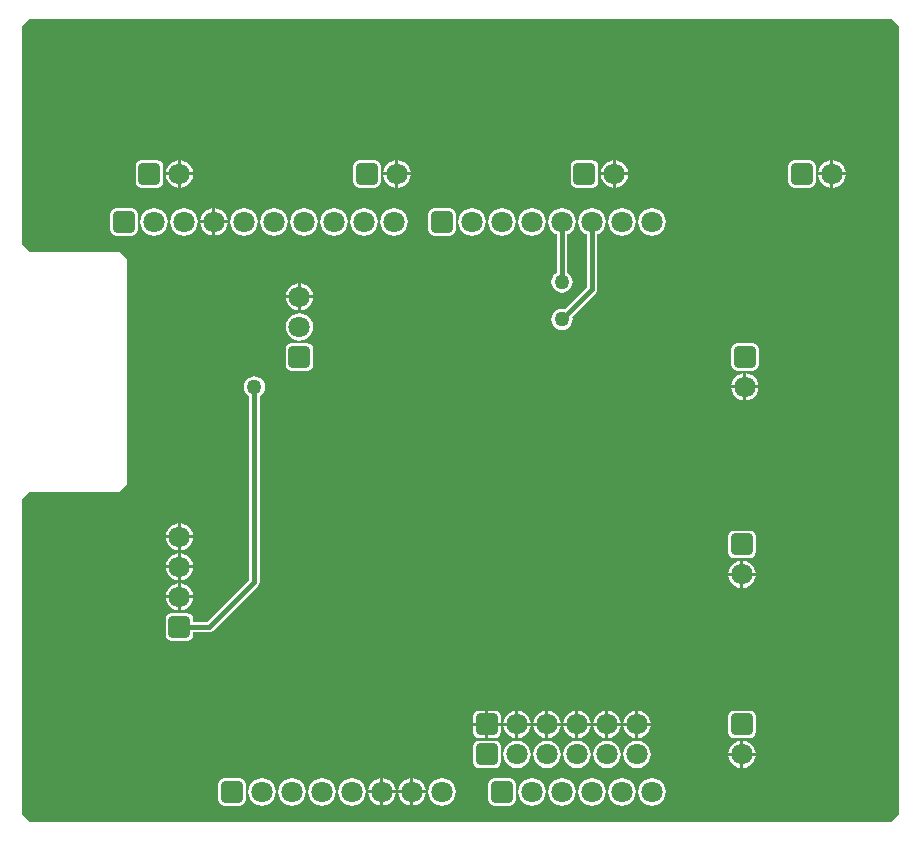
<source format=gbl>
G04*
G04 #@! TF.GenerationSoftware,Altium Limited,Altium Designer,20.0.13 (296)*
G04*
G04 Layer_Physical_Order=2*
G04 Layer_Color=16711680*
%FSTAX24Y24*%
%MOIN*%
G70*
G01*
G75*
%ADD43C,0.0150*%
%ADD44C,0.0600*%
G04:AMPARAMS|DCode=45|XSize=70.9mil|YSize=70.9mil|CornerRadius=8.9mil|HoleSize=0mil|Usage=FLASHONLY|Rotation=0.000|XOffset=0mil|YOffset=0mil|HoleType=Round|Shape=RoundedRectangle|*
%AMROUNDEDRECTD45*
21,1,0.0709,0.0531,0,0,0.0*
21,1,0.0531,0.0709,0,0,0.0*
1,1,0.0177,0.0266,-0.0266*
1,1,0.0177,-0.0266,-0.0266*
1,1,0.0177,-0.0266,0.0266*
1,1,0.0177,0.0266,0.0266*
%
%ADD45ROUNDEDRECTD45*%
%ADD46C,0.0709*%
G04:AMPARAMS|DCode=47|XSize=70.9mil|YSize=70.9mil|CornerRadius=8.9mil|HoleSize=0mil|Usage=FLASHONLY|Rotation=270.000|XOffset=0mil|YOffset=0mil|HoleType=Round|Shape=RoundedRectangle|*
%AMROUNDEDRECTD47*
21,1,0.0709,0.0531,0,0,270.0*
21,1,0.0531,0.0709,0,0,270.0*
1,1,0.0177,-0.0266,-0.0266*
1,1,0.0177,-0.0266,0.0266*
1,1,0.0177,0.0266,0.0266*
1,1,0.0177,0.0266,-0.0266*
%
%ADD47ROUNDEDRECTD47*%
%ADD48C,0.0500*%
%ADD49C,0.1250*%
G36*
X03325Y0265D02*
Y00025D01*
X033Y0D01*
X00425D01*
X004Y00025D01*
Y01075D01*
X00425Y011D01*
X00725D01*
X0075Y01125D01*
Y01875D01*
X00725Y019D01*
X00425D01*
X004Y01925D01*
Y0265D01*
X00425Y02675D01*
X033D01*
X03325Y0265D01*
D02*
G37*
%LPC*%
G36*
X03105Y02205D02*
Y021648D01*
X031452D01*
X031443Y021717D01*
X031397Y021828D01*
X031324Y021922D01*
X031229Y021995D01*
X031119Y022041D01*
X03105Y02205D01*
D02*
G37*
G36*
X03095D02*
X030881Y022041D01*
X030771Y021995D01*
X030676Y021922D01*
X030603Y021828D01*
X030557Y021717D01*
X030548Y021648D01*
X03095D01*
Y02205D01*
D02*
G37*
G36*
X0238D02*
Y021648D01*
X024202D01*
X024193Y021717D01*
X024147Y021828D01*
X024074Y021922D01*
X023979Y021995D01*
X023869Y022041D01*
X0238Y02205D01*
D02*
G37*
G36*
X0237D02*
X023631Y022041D01*
X023521Y021995D01*
X023426Y021922D01*
X023353Y021828D01*
X023307Y021717D01*
X023298Y021648D01*
X0237D01*
Y02205D01*
D02*
G37*
G36*
X01655D02*
Y021648D01*
X016952D01*
X016943Y021717D01*
X016897Y021828D01*
X016824Y021922D01*
X016729Y021995D01*
X016619Y022041D01*
X01655Y02205D01*
D02*
G37*
G36*
X01645D02*
X016381Y022041D01*
X016271Y021995D01*
X016176Y021922D01*
X016103Y021828D01*
X016057Y021717D01*
X016048Y021648D01*
X01645D01*
Y02205D01*
D02*
G37*
G36*
X0093D02*
Y021648D01*
X009702D01*
X009693Y021717D01*
X009647Y021828D01*
X009574Y021922D01*
X009479Y021995D01*
X009369Y022041D01*
X0093Y02205D01*
D02*
G37*
G36*
X0092D02*
X009131Y022041D01*
X009021Y021995D01*
X008926Y021922D01*
X008853Y021828D01*
X008807Y021717D01*
X008798Y021648D01*
X0092D01*
Y02205D01*
D02*
G37*
G36*
X031452Y021548D02*
X03105D01*
Y021147D01*
X031119Y021156D01*
X031229Y021202D01*
X031324Y021274D01*
X031397Y021369D01*
X031443Y02148D01*
X031452Y021548D01*
D02*
G37*
G36*
X03095D02*
X030548D01*
X030557Y02148D01*
X030603Y021369D01*
X030676Y021274D01*
X030771Y021202D01*
X030881Y021156D01*
X03095Y021147D01*
Y021548D01*
D02*
G37*
G36*
X024202D02*
X0238D01*
Y021147D01*
X023869Y021156D01*
X023979Y021202D01*
X024074Y021274D01*
X024147Y021369D01*
X024193Y02148D01*
X024202Y021548D01*
D02*
G37*
G36*
X0237D02*
X023298D01*
X023307Y02148D01*
X023353Y021369D01*
X023426Y021274D01*
X023521Y021202D01*
X023631Y021156D01*
X0237Y021147D01*
Y021548D01*
D02*
G37*
G36*
X016952D02*
X01655D01*
Y021147D01*
X016619Y021156D01*
X016729Y021202D01*
X016824Y021274D01*
X016897Y021369D01*
X016943Y02148D01*
X016952Y021548D01*
D02*
G37*
G36*
X01645D02*
X016048D01*
X016057Y02148D01*
X016103Y021369D01*
X016176Y021274D01*
X016271Y021202D01*
X016381Y021156D01*
X01645Y021147D01*
Y021548D01*
D02*
G37*
G36*
X009702D02*
X0093D01*
Y021147D01*
X009369Y021156D01*
X009479Y021202D01*
X009574Y021274D01*
X009647Y021369D01*
X009693Y02148D01*
X009702Y021548D01*
D02*
G37*
G36*
X0092D02*
X008798D01*
X008807Y02148D01*
X008853Y021369D01*
X008926Y021274D01*
X009021Y021202D01*
X009131Y021156D01*
X0092Y021147D01*
Y021548D01*
D02*
G37*
G36*
X030266Y022056D02*
X029734D01*
X029661Y022042D01*
X029598Y022D01*
X029557Y021938D01*
X029542Y021864D01*
Y021333D01*
X029557Y021259D01*
X029598Y021197D01*
X029661Y021155D01*
X029734Y02114D01*
X030266D01*
X030339Y021155D01*
X030402Y021197D01*
X030443Y021259D01*
X030458Y021333D01*
Y021864D01*
X030443Y021938D01*
X030402Y022D01*
X030339Y022042D01*
X030266Y022056D01*
D02*
G37*
G36*
X023016D02*
X022484D01*
X022411Y022042D01*
X022348Y022D01*
X022307Y021938D01*
X022292Y021864D01*
Y021333D01*
X022307Y021259D01*
X022348Y021197D01*
X022411Y021155D01*
X022484Y02114D01*
X023016D01*
X023089Y021155D01*
X023152Y021197D01*
X023193Y021259D01*
X023208Y021333D01*
Y021864D01*
X023193Y021938D01*
X023152Y022D01*
X023089Y022042D01*
X023016Y022056D01*
D02*
G37*
G36*
X015766D02*
X015234D01*
X015161Y022042D01*
X015098Y022D01*
X015057Y021938D01*
X015042Y021864D01*
Y021333D01*
X015057Y021259D01*
X015098Y021197D01*
X015161Y021155D01*
X015234Y02114D01*
X015766D01*
X015839Y021155D01*
X015902Y021197D01*
X015943Y021259D01*
X015958Y021333D01*
Y021864D01*
X015943Y021938D01*
X015902Y022D01*
X015839Y022042D01*
X015766Y022056D01*
D02*
G37*
G36*
X008516D02*
X007984D01*
X007911Y022042D01*
X007848Y022D01*
X007807Y021938D01*
X007792Y021864D01*
Y021333D01*
X007807Y021259D01*
X007848Y021197D01*
X007911Y021155D01*
X007984Y02114D01*
X008516D01*
X008589Y021155D01*
X008652Y021197D01*
X008693Y021259D01*
X008708Y021333D01*
Y021864D01*
X008693Y021938D01*
X008652Y022D01*
X008589Y022042D01*
X008516Y022056D01*
D02*
G37*
G36*
X01045Y020452D02*
Y02005D01*
X010852D01*
X010843Y020119D01*
X010797Y020229D01*
X010724Y020324D01*
X010629Y020397D01*
X010519Y020443D01*
X01045Y020452D01*
D02*
G37*
G36*
X01035D02*
X010281Y020443D01*
X010171Y020397D01*
X010076Y020324D01*
X010003Y020229D01*
X009957Y020119D01*
X009948Y02005D01*
X01035D01*
Y020452D01*
D02*
G37*
G36*
X010852Y01995D02*
X01045D01*
Y019548D01*
X010519Y019557D01*
X010629Y019603D01*
X010724Y019676D01*
X010797Y019771D01*
X010843Y019881D01*
X010852Y01995D01*
D02*
G37*
G36*
X01035D02*
X009948D01*
X009957Y019881D01*
X010003Y019771D01*
X010076Y019676D01*
X010171Y019603D01*
X010281Y019557D01*
X01035Y019548D01*
Y01995D01*
D02*
G37*
G36*
X018266Y020458D02*
X017734D01*
X017661Y020443D01*
X017598Y020402D01*
X017557Y020339D01*
X017542Y020266D01*
Y019734D01*
X017557Y019661D01*
X017598Y019598D01*
X017661Y019557D01*
X017734Y019542D01*
X018266D01*
X018339Y019557D01*
X018402Y019598D01*
X018443Y019661D01*
X018458Y019734D01*
Y020266D01*
X018443Y020339D01*
X018402Y020402D01*
X018339Y020443D01*
X018266Y020458D01*
D02*
G37*
G36*
X007666D02*
X007134D01*
X007061Y020443D01*
X006998Y020402D01*
X006957Y020339D01*
X006942Y020266D01*
Y019734D01*
X006957Y019661D01*
X006998Y019598D01*
X007061Y019557D01*
X007134Y019542D01*
X007666D01*
X007739Y019557D01*
X007802Y019598D01*
X007843Y019661D01*
X007858Y019734D01*
Y020266D01*
X007843Y020339D01*
X007802Y020402D01*
X007739Y020443D01*
X007666Y020458D01*
D02*
G37*
G36*
X025Y020458D02*
X024881Y020443D01*
X024771Y020397D01*
X024676Y020324D01*
X024603Y020229D01*
X024557Y020119D01*
X024542Y02D01*
X024557Y019881D01*
X024603Y019771D01*
X024676Y019676D01*
X024771Y019603D01*
X024881Y019557D01*
X025Y019542D01*
X025119Y019557D01*
X025229Y019603D01*
X025324Y019676D01*
X025397Y019771D01*
X025443Y019881D01*
X025458Y02D01*
X025443Y020119D01*
X025397Y020229D01*
X025324Y020324D01*
X025229Y020397D01*
X025119Y020443D01*
X025Y020458D01*
D02*
G37*
G36*
X024D02*
X023881Y020443D01*
X023771Y020397D01*
X023676Y020324D01*
X023603Y020229D01*
X023557Y020119D01*
X023542Y02D01*
X023557Y019881D01*
X023603Y019771D01*
X023676Y019676D01*
X023771Y019603D01*
X023881Y019557D01*
X024Y019542D01*
X024119Y019557D01*
X024229Y019603D01*
X024324Y019676D01*
X024397Y019771D01*
X024443Y019881D01*
X024458Y02D01*
X024443Y020119D01*
X024397Y020229D01*
X024324Y020324D01*
X024229Y020397D01*
X024119Y020443D01*
X024Y020458D01*
D02*
G37*
G36*
X021D02*
X020881Y020443D01*
X020771Y020397D01*
X020676Y020324D01*
X020603Y020229D01*
X020557Y020119D01*
X020542Y02D01*
X020557Y019881D01*
X020603Y019771D01*
X020676Y019676D01*
X020771Y019603D01*
X020881Y019557D01*
X021Y019542D01*
X021119Y019557D01*
X021229Y019603D01*
X021324Y019676D01*
X021397Y019771D01*
X021443Y019881D01*
X021458Y02D01*
X021443Y020119D01*
X021397Y020229D01*
X021324Y020324D01*
X021229Y020397D01*
X021119Y020443D01*
X021Y020458D01*
D02*
G37*
G36*
X02D02*
X019881Y020443D01*
X019771Y020397D01*
X019676Y020324D01*
X019603Y020229D01*
X019557Y020119D01*
X019542Y02D01*
X019557Y019881D01*
X019603Y019771D01*
X019676Y019676D01*
X019771Y019603D01*
X019881Y019557D01*
X02Y019542D01*
X020119Y019557D01*
X020229Y019603D01*
X020324Y019676D01*
X020397Y019771D01*
X020443Y019881D01*
X020458Y02D01*
X020443Y020119D01*
X020397Y020229D01*
X020324Y020324D01*
X020229Y020397D01*
X020119Y020443D01*
X02Y020458D01*
D02*
G37*
G36*
X019D02*
X018881Y020443D01*
X018771Y020397D01*
X018676Y020324D01*
X018603Y020229D01*
X018557Y020119D01*
X018542Y02D01*
X018557Y019881D01*
X018603Y019771D01*
X018676Y019676D01*
X018771Y019603D01*
X018881Y019557D01*
X019Y019542D01*
X019119Y019557D01*
X019229Y019603D01*
X019324Y019676D01*
X019397Y019771D01*
X019443Y019881D01*
X019458Y02D01*
X019443Y020119D01*
X019397Y020229D01*
X019324Y020324D01*
X019229Y020397D01*
X019119Y020443D01*
X019Y020458D01*
D02*
G37*
G36*
X0164D02*
X016281Y020443D01*
X016171Y020397D01*
X016076Y020324D01*
X016003Y020229D01*
X015957Y020119D01*
X015942Y02D01*
X015957Y019881D01*
X016003Y019771D01*
X016076Y019676D01*
X016171Y019603D01*
X016281Y019557D01*
X0164Y019542D01*
X016519Y019557D01*
X016629Y019603D01*
X016724Y019676D01*
X016797Y019771D01*
X016843Y019881D01*
X016858Y02D01*
X016843Y020119D01*
X016797Y020229D01*
X016724Y020324D01*
X016629Y020397D01*
X016519Y020443D01*
X0164Y020458D01*
D02*
G37*
G36*
X0154D02*
X015281Y020443D01*
X015171Y020397D01*
X015076Y020324D01*
X015003Y020229D01*
X014957Y020119D01*
X014942Y02D01*
X014957Y019881D01*
X015003Y019771D01*
X015076Y019676D01*
X015171Y019603D01*
X015281Y019557D01*
X0154Y019542D01*
X015519Y019557D01*
X015629Y019603D01*
X015724Y019676D01*
X015797Y019771D01*
X015843Y019881D01*
X015858Y02D01*
X015843Y020119D01*
X015797Y020229D01*
X015724Y020324D01*
X015629Y020397D01*
X015519Y020443D01*
X0154Y020458D01*
D02*
G37*
G36*
X0144D02*
X014281Y020443D01*
X014171Y020397D01*
X014076Y020324D01*
X014003Y020229D01*
X013957Y020119D01*
X013942Y02D01*
X013957Y019881D01*
X014003Y019771D01*
X014076Y019676D01*
X014171Y019603D01*
X014281Y019557D01*
X0144Y019542D01*
X014519Y019557D01*
X014629Y019603D01*
X014724Y019676D01*
X014797Y019771D01*
X014843Y019881D01*
X014858Y02D01*
X014843Y020119D01*
X014797Y020229D01*
X014724Y020324D01*
X014629Y020397D01*
X014519Y020443D01*
X0144Y020458D01*
D02*
G37*
G36*
X0134D02*
X013281Y020443D01*
X013171Y020397D01*
X013076Y020324D01*
X013003Y020229D01*
X012957Y020119D01*
X012942Y02D01*
X012957Y019881D01*
X013003Y019771D01*
X013076Y019676D01*
X013171Y019603D01*
X013281Y019557D01*
X0134Y019542D01*
X013519Y019557D01*
X013629Y019603D01*
X013724Y019676D01*
X013797Y019771D01*
X013843Y019881D01*
X013858Y02D01*
X013843Y020119D01*
X013797Y020229D01*
X013724Y020324D01*
X013629Y020397D01*
X013519Y020443D01*
X0134Y020458D01*
D02*
G37*
G36*
X0124D02*
X012281Y020443D01*
X012171Y020397D01*
X012076Y020324D01*
X012003Y020229D01*
X011957Y020119D01*
X011942Y02D01*
X011957Y019881D01*
X012003Y019771D01*
X012076Y019676D01*
X012171Y019603D01*
X012281Y019557D01*
X0124Y019542D01*
X012519Y019557D01*
X012629Y019603D01*
X012724Y019676D01*
X012797Y019771D01*
X012843Y019881D01*
X012858Y02D01*
X012843Y020119D01*
X012797Y020229D01*
X012724Y020324D01*
X012629Y020397D01*
X012519Y020443D01*
X0124Y020458D01*
D02*
G37*
G36*
X0114D02*
X011281Y020443D01*
X011171Y020397D01*
X011076Y020324D01*
X011003Y020229D01*
X010957Y020119D01*
X010942Y02D01*
X010957Y019881D01*
X011003Y019771D01*
X011076Y019676D01*
X011171Y019603D01*
X011281Y019557D01*
X0114Y019542D01*
X011519Y019557D01*
X011629Y019603D01*
X011724Y019676D01*
X011797Y019771D01*
X011843Y019881D01*
X011858Y02D01*
X011843Y020119D01*
X011797Y020229D01*
X011724Y020324D01*
X011629Y020397D01*
X011519Y020443D01*
X0114Y020458D01*
D02*
G37*
G36*
X0094D02*
X009281Y020443D01*
X009171Y020397D01*
X009076Y020324D01*
X009003Y020229D01*
X008957Y020119D01*
X008942Y02D01*
X008957Y019881D01*
X009003Y019771D01*
X009076Y019676D01*
X009171Y019603D01*
X009281Y019557D01*
X0094Y019542D01*
X009519Y019557D01*
X009629Y019603D01*
X009724Y019676D01*
X009797Y019771D01*
X009843Y019881D01*
X009858Y02D01*
X009843Y020119D01*
X009797Y020229D01*
X009724Y020324D01*
X009629Y020397D01*
X009519Y020443D01*
X0094Y020458D01*
D02*
G37*
G36*
X0084D02*
X008281Y020443D01*
X008171Y020397D01*
X008076Y020324D01*
X008003Y020229D01*
X007957Y020119D01*
X007942Y02D01*
X007957Y019881D01*
X008003Y019771D01*
X008076Y019676D01*
X008171Y019603D01*
X008281Y019557D01*
X0084Y019542D01*
X008519Y019557D01*
X008629Y019603D01*
X008724Y019676D01*
X008797Y019771D01*
X008843Y019881D01*
X008858Y02D01*
X008843Y020119D01*
X008797Y020229D01*
X008724Y020324D01*
X008629Y020397D01*
X008519Y020443D01*
X0084Y020458D01*
D02*
G37*
G36*
X022D02*
X021881Y020443D01*
X021771Y020397D01*
X021676Y020324D01*
X021603Y020229D01*
X021557Y020119D01*
X021542Y02D01*
X021557Y019881D01*
X021603Y019771D01*
X021676Y019676D01*
X021771Y019603D01*
X021822Y019582D01*
Y018304D01*
X02175Y01825D01*
X021694Y018177D01*
X021659Y018091D01*
X021647Y018D01*
X021659Y017909D01*
X021694Y017823D01*
X02175Y01775D01*
X021823Y017694D01*
X021909Y017659D01*
X022Y017647D01*
X022091Y017659D01*
X022177Y017694D01*
X02225Y01775D01*
X022306Y017823D01*
X022341Y017909D01*
X022353Y018D01*
X022341Y018091D01*
X022306Y018177D01*
X02225Y01825D01*
X022178Y018304D01*
Y019582D01*
X022229Y019603D01*
X022324Y019676D01*
X022397Y019771D01*
X022443Y019881D01*
X022458Y02D01*
X022443Y020119D01*
X022397Y020229D01*
X022324Y020324D01*
X022229Y020397D01*
X022119Y020443D01*
X022Y020458D01*
D02*
G37*
G36*
X0133Y017952D02*
Y01755D01*
X013702D01*
X013693Y017619D01*
X013647Y017729D01*
X013574Y017824D01*
X013479Y017897D01*
X013369Y017943D01*
X0133Y017952D01*
D02*
G37*
G36*
X0132D02*
X013131Y017943D01*
X013021Y017897D01*
X012926Y017824D01*
X012853Y017729D01*
X012807Y017619D01*
X012798Y01755D01*
X0132D01*
Y017952D01*
D02*
G37*
G36*
X023Y020458D02*
X022881Y020443D01*
X022771Y020397D01*
X022676Y020324D01*
X022603Y020229D01*
X022557Y020119D01*
X022542Y02D01*
X022557Y019881D01*
X022603Y019771D01*
X022676Y019676D01*
X022771Y019603D01*
X022822Y019582D01*
Y017824D01*
X022089Y017091D01*
X022Y017103D01*
X021909Y017091D01*
X021823Y017056D01*
X02175Y017D01*
X021694Y016927D01*
X021659Y016841D01*
X021647Y01675D01*
X021659Y016659D01*
X021694Y016573D01*
X02175Y0165D01*
X021823Y016444D01*
X021909Y016409D01*
X022Y016397D01*
X022091Y016409D01*
X022177Y016444D01*
X02225Y0165D01*
X022306Y016573D01*
X022341Y016659D01*
X022353Y01675D01*
X022341Y016839D01*
X023126Y017624D01*
X023126Y017624D01*
X023165Y017682D01*
X023178Y01775D01*
X023178Y01775D01*
Y019582D01*
X023229Y019603D01*
X023324Y019676D01*
X023397Y019771D01*
X023443Y019881D01*
X023458Y02D01*
X023443Y020119D01*
X023397Y020229D01*
X023324Y020324D01*
X023229Y020397D01*
X023119Y020443D01*
X023Y020458D01*
D02*
G37*
G36*
X013702Y01745D02*
X0133D01*
Y017048D01*
X013369Y017057D01*
X013479Y017103D01*
X013574Y017176D01*
X013647Y017271D01*
X013693Y017381D01*
X013702Y01745D01*
D02*
G37*
G36*
X0132D02*
X012798D01*
X012807Y017381D01*
X012853Y017271D01*
X012926Y017176D01*
X013021Y017103D01*
X013131Y017057D01*
X0132Y017048D01*
Y01745D01*
D02*
G37*
G36*
X01325Y016958D02*
X013131Y016943D01*
X013021Y016897D01*
X012926Y016824D01*
X012853Y016729D01*
X012807Y016619D01*
X012792Y0165D01*
X012807Y016381D01*
X012853Y016271D01*
X012926Y016176D01*
X013021Y016103D01*
X013131Y016057D01*
X01325Y016042D01*
X013369Y016057D01*
X013479Y016103D01*
X013574Y016176D01*
X013647Y016271D01*
X013693Y016381D01*
X013708Y0165D01*
X013693Y016619D01*
X013647Y016729D01*
X013574Y016824D01*
X013479Y016897D01*
X013369Y016943D01*
X01325Y016958D01*
D02*
G37*
G36*
X028364Y015958D02*
X027833D01*
X027759Y015943D01*
X027697Y015902D01*
X027655Y015839D01*
X02764Y015766D01*
Y015234D01*
X027655Y015161D01*
X027697Y015098D01*
X027759Y015057D01*
X027833Y015042D01*
X028364D01*
X028438Y015057D01*
X0285Y015098D01*
X028542Y015161D01*
X028556Y015234D01*
Y015766D01*
X028542Y015839D01*
X0285Y015902D01*
X028438Y015943D01*
X028364Y015958D01*
D02*
G37*
G36*
X013516D02*
X012984D01*
X012911Y015943D01*
X012848Y015902D01*
X012807Y015839D01*
X012792Y015766D01*
Y015234D01*
X012807Y015161D01*
X012848Y015098D01*
X012911Y015057D01*
X012984Y015042D01*
X013516D01*
X013589Y015057D01*
X013652Y015098D01*
X013693Y015161D01*
X013708Y015234D01*
Y015766D01*
X013693Y015839D01*
X013652Y015902D01*
X013589Y015943D01*
X013516Y015958D01*
D02*
G37*
G36*
X028148Y014952D02*
Y01455D01*
X02855D01*
X028541Y014619D01*
X028495Y014729D01*
X028422Y014824D01*
X028328Y014897D01*
X028217Y014943D01*
X028148Y014952D01*
D02*
G37*
G36*
X028048Y014952D02*
X02798Y014943D01*
X027869Y014897D01*
X027774Y014824D01*
X027702Y014729D01*
X027656Y014619D01*
X027647Y01455D01*
X028048D01*
Y014952D01*
D02*
G37*
G36*
Y01445D02*
X027647D01*
X027656Y014381D01*
X027702Y014271D01*
X027774Y014176D01*
X027869Y014103D01*
X02798Y014057D01*
X028048Y014048D01*
Y01445D01*
D02*
G37*
G36*
X02855D02*
X028148D01*
Y014048D01*
X028217Y014057D01*
X028328Y014103D01*
X028422Y014176D01*
X028495Y014271D01*
X028541Y014381D01*
X02855Y01445D01*
D02*
G37*
G36*
X0093Y009952D02*
Y00955D01*
X009702D01*
X009693Y009619D01*
X009647Y009729D01*
X009574Y009824D01*
X009479Y009897D01*
X009369Y009943D01*
X0093Y009952D01*
D02*
G37*
G36*
X0092D02*
X009131Y009943D01*
X009021Y009897D01*
X008926Y009824D01*
X008853Y009729D01*
X008807Y009619D01*
X008798Y00955D01*
X0092D01*
Y009952D01*
D02*
G37*
G36*
X009702Y00945D02*
X0093D01*
Y009048D01*
X009369Y009057D01*
X009479Y009103D01*
X009574Y009176D01*
X009647Y009271D01*
X009693Y009381D01*
X009702Y00945D01*
D02*
G37*
G36*
X0092D02*
X008798D01*
X008807Y009381D01*
X008853Y009271D01*
X008926Y009176D01*
X009021Y009103D01*
X009131Y009057D01*
X0092Y009048D01*
Y00945D01*
D02*
G37*
G36*
X028266Y009708D02*
X027734D01*
X027661Y009693D01*
X027598Y009652D01*
X027557Y009589D01*
X027542Y009516D01*
Y008984D01*
X027557Y008911D01*
X027598Y008848D01*
X027661Y008807D01*
X027734Y008792D01*
X028266D01*
X028339Y008807D01*
X028402Y008848D01*
X028443Y008911D01*
X028458Y008984D01*
Y009516D01*
X028443Y009589D01*
X028402Y009652D01*
X028339Y009693D01*
X028266Y009708D01*
D02*
G37*
G36*
X0093Y008952D02*
Y00855D01*
X009702D01*
X009693Y008619D01*
X009647Y008729D01*
X009574Y008824D01*
X009479Y008897D01*
X009369Y008943D01*
X0093Y008952D01*
D02*
G37*
G36*
X0092D02*
X009131Y008943D01*
X009021Y008897D01*
X008926Y008824D01*
X008853Y008729D01*
X008807Y008619D01*
X008798Y00855D01*
X0092D01*
Y008952D01*
D02*
G37*
G36*
X02805Y008702D02*
Y0083D01*
X028452D01*
X028443Y008369D01*
X028397Y008479D01*
X028324Y008574D01*
X028229Y008647D01*
X028119Y008693D01*
X02805Y008702D01*
D02*
G37*
G36*
X02795D02*
X027881Y008693D01*
X027771Y008647D01*
X027676Y008574D01*
X027603Y008479D01*
X027557Y008369D01*
X027548Y0083D01*
X02795D01*
Y008702D01*
D02*
G37*
G36*
X009702Y00845D02*
X0093D01*
Y008048D01*
X009369Y008057D01*
X009479Y008103D01*
X009574Y008176D01*
X009647Y008271D01*
X009693Y008381D01*
X009702Y00845D01*
D02*
G37*
G36*
X0092D02*
X008798D01*
X008807Y008381D01*
X008853Y008271D01*
X008926Y008176D01*
X009021Y008103D01*
X009131Y008057D01*
X0092Y008048D01*
Y00845D01*
D02*
G37*
G36*
X028452Y0082D02*
X02805D01*
Y007798D01*
X028119Y007807D01*
X028229Y007853D01*
X028324Y007926D01*
X028397Y008021D01*
X028443Y008131D01*
X028452Y0082D01*
D02*
G37*
G36*
X02795D02*
X027548D01*
X027557Y008131D01*
X027603Y008021D01*
X027676Y007926D01*
X027771Y007853D01*
X027881Y007807D01*
X02795Y007798D01*
Y0082D01*
D02*
G37*
G36*
X0093Y007952D02*
Y00755D01*
X009702D01*
X009693Y007619D01*
X009647Y007729D01*
X009574Y007824D01*
X009479Y007897D01*
X009369Y007943D01*
X0093Y007952D01*
D02*
G37*
G36*
X0092D02*
X009131Y007943D01*
X009021Y007897D01*
X008926Y007824D01*
X008853Y007729D01*
X008807Y007619D01*
X008798Y00755D01*
X0092D01*
Y007952D01*
D02*
G37*
G36*
X009702Y00745D02*
X0093D01*
Y007048D01*
X009369Y007057D01*
X009479Y007103D01*
X009574Y007176D01*
X009647Y007271D01*
X009693Y007381D01*
X009702Y00745D01*
D02*
G37*
G36*
X0092D02*
X008798D01*
X008807Y007381D01*
X008853Y007271D01*
X008926Y007176D01*
X009021Y007103D01*
X009131Y007057D01*
X0092Y007048D01*
Y00745D01*
D02*
G37*
G36*
X01175Y014853D02*
X011659Y014841D01*
X011573Y014806D01*
X0115Y01475D01*
X011444Y014677D01*
X011409Y014591D01*
X011397Y0145D01*
X011409Y014409D01*
X011444Y014323D01*
X0115Y01425D01*
X011572Y014196D01*
Y008074D01*
X010176Y006678D01*
X009708D01*
Y006766D01*
X009693Y006839D01*
X009652Y006902D01*
X009589Y006943D01*
X009516Y006958D01*
X008984D01*
X008911Y006943D01*
X008848Y006902D01*
X008807Y006839D01*
X008792Y006766D01*
Y006234D01*
X008807Y006161D01*
X008848Y006098D01*
X008911Y006057D01*
X008984Y006042D01*
X009516D01*
X009589Y006057D01*
X009652Y006098D01*
X009693Y006161D01*
X009708Y006234D01*
Y006322D01*
X01025D01*
X010318Y006335D01*
X010376Y006374D01*
X011876Y007874D01*
X011876Y007874D01*
X011915Y007932D01*
X011928Y008D01*
Y014196D01*
X012Y01425D01*
X012056Y014323D01*
X012091Y014409D01*
X012103Y0145D01*
X012091Y014591D01*
X012056Y014677D01*
X012Y01475D01*
X011927Y014806D01*
X011841Y014841D01*
X01175Y014853D01*
D02*
G37*
G36*
X02455Y003702D02*
Y0033D01*
X024952D01*
X024943Y003369D01*
X024897Y003479D01*
X024824Y003574D01*
X024729Y003647D01*
X024619Y003693D01*
X02455Y003702D01*
D02*
G37*
G36*
X02445D02*
X024381Y003693D01*
X024271Y003647D01*
X024176Y003574D01*
X024103Y003479D01*
X024057Y003369D01*
X024048Y0033D01*
X02445D01*
Y003702D01*
D02*
G37*
G36*
X02355D02*
Y0033D01*
X023952D01*
X023943Y003369D01*
X023897Y003479D01*
X023824Y003574D01*
X023729Y003647D01*
X023619Y003693D01*
X02355Y003702D01*
D02*
G37*
G36*
X02345D02*
X023381Y003693D01*
X023271Y003647D01*
X023176Y003574D01*
X023103Y003479D01*
X023057Y003369D01*
X023048Y0033D01*
X02345D01*
Y003702D01*
D02*
G37*
G36*
X02255D02*
Y0033D01*
X022952D01*
X022943Y003369D01*
X022897Y003479D01*
X022824Y003574D01*
X022729Y003647D01*
X022619Y003693D01*
X02255Y003702D01*
D02*
G37*
G36*
X02245D02*
X022381Y003693D01*
X022271Y003647D01*
X022176Y003574D01*
X022103Y003479D01*
X022057Y003369D01*
X022048Y0033D01*
X02245D01*
Y003702D01*
D02*
G37*
G36*
X02155D02*
Y0033D01*
X021952D01*
X021943Y003369D01*
X021897Y003479D01*
X021824Y003574D01*
X021729Y003647D01*
X021619Y003693D01*
X02155Y003702D01*
D02*
G37*
G36*
X02145D02*
X021381Y003693D01*
X021271Y003647D01*
X021176Y003574D01*
X021103Y003479D01*
X021057Y003369D01*
X021048Y0033D01*
X02145D01*
Y003702D01*
D02*
G37*
G36*
X02055D02*
Y0033D01*
X020952D01*
X020943Y003369D01*
X020897Y003479D01*
X020824Y003574D01*
X020729Y003647D01*
X020619Y003693D01*
X02055Y003702D01*
D02*
G37*
G36*
X02045D02*
X020381Y003693D01*
X020271Y003647D01*
X020176Y003574D01*
X020103Y003479D01*
X020057Y003369D01*
X020048Y0033D01*
X02045D01*
Y003702D01*
D02*
G37*
G36*
X019766Y003708D02*
X01955D01*
Y0033D01*
X019958D01*
Y003516D01*
X019943Y003589D01*
X019902Y003652D01*
X019839Y003693D01*
X019766Y003708D01*
D02*
G37*
G36*
X01945D02*
X019234D01*
X019161Y003693D01*
X019098Y003652D01*
X019057Y003589D01*
X019042Y003516D01*
Y0033D01*
X01945D01*
Y003708D01*
D02*
G37*
G36*
X024952Y0032D02*
X02455D01*
Y002798D01*
X024619Y002807D01*
X024729Y002853D01*
X024824Y002926D01*
X024897Y003021D01*
X024943Y003131D01*
X024952Y0032D01*
D02*
G37*
G36*
X02445D02*
X024048D01*
X024057Y003131D01*
X024103Y003021D01*
X024176Y002926D01*
X024271Y002853D01*
X024381Y002807D01*
X02445Y002798D01*
Y0032D01*
D02*
G37*
G36*
X023952D02*
X02355D01*
Y002798D01*
X023619Y002807D01*
X023729Y002853D01*
X023824Y002926D01*
X023897Y003021D01*
X023943Y003131D01*
X023952Y0032D01*
D02*
G37*
G36*
X02345D02*
X023048D01*
X023057Y003131D01*
X023103Y003021D01*
X023176Y002926D01*
X023271Y002853D01*
X023381Y002807D01*
X02345Y002798D01*
Y0032D01*
D02*
G37*
G36*
X022952D02*
X02255D01*
Y002798D01*
X022619Y002807D01*
X022729Y002853D01*
X022824Y002926D01*
X022897Y003021D01*
X022943Y003131D01*
X022952Y0032D01*
D02*
G37*
G36*
X02245D02*
X022048D01*
X022057Y003131D01*
X022103Y003021D01*
X022176Y002926D01*
X022271Y002853D01*
X022381Y002807D01*
X02245Y002798D01*
Y0032D01*
D02*
G37*
G36*
X021952D02*
X02155D01*
Y002798D01*
X021619Y002807D01*
X021729Y002853D01*
X021824Y002926D01*
X021897Y003021D01*
X021943Y003131D01*
X021952Y0032D01*
D02*
G37*
G36*
X02145D02*
X021048D01*
X021057Y003131D01*
X021103Y003021D01*
X021176Y002926D01*
X021271Y002853D01*
X021381Y002807D01*
X02145Y002798D01*
Y0032D01*
D02*
G37*
G36*
X020952D02*
X02055D01*
Y002798D01*
X020619Y002807D01*
X020729Y002853D01*
X020824Y002926D01*
X020897Y003021D01*
X020943Y003131D01*
X020952Y0032D01*
D02*
G37*
G36*
X02045D02*
X020048D01*
X020057Y003131D01*
X020103Y003021D01*
X020176Y002926D01*
X020271Y002853D01*
X020381Y002807D01*
X02045Y002798D01*
Y0032D01*
D02*
G37*
G36*
X028266Y003708D02*
X027734D01*
X027661Y003693D01*
X027598Y003652D01*
X027557Y003589D01*
X027542Y003516D01*
Y002984D01*
X027557Y002911D01*
X027598Y002848D01*
X027661Y002807D01*
X027734Y002792D01*
X028266D01*
X028339Y002807D01*
X028402Y002848D01*
X028443Y002911D01*
X028458Y002984D01*
Y003516D01*
X028443Y003589D01*
X028402Y003652D01*
X028339Y003693D01*
X028266Y003708D01*
D02*
G37*
G36*
X019958Y0032D02*
X01955D01*
Y002792D01*
X019766D01*
X019839Y002807D01*
X019902Y002848D01*
X019943Y002911D01*
X019958Y002984D01*
Y0032D01*
D02*
G37*
G36*
X01945D02*
X019042D01*
Y002984D01*
X019057Y002911D01*
X019098Y002848D01*
X019161Y002807D01*
X019234Y002792D01*
X01945D01*
Y0032D01*
D02*
G37*
G36*
X02805Y002702D02*
Y0023D01*
X028452D01*
X028443Y002369D01*
X028397Y002479D01*
X028324Y002574D01*
X028229Y002647D01*
X028119Y002693D01*
X02805Y002702D01*
D02*
G37*
G36*
X02795D02*
X027881Y002693D01*
X027771Y002647D01*
X027676Y002574D01*
X027603Y002479D01*
X027557Y002369D01*
X027548Y0023D01*
X02795D01*
Y002702D01*
D02*
G37*
G36*
X028452Y0022D02*
X02805D01*
Y001798D01*
X028119Y001807D01*
X028229Y001853D01*
X028324Y001926D01*
X028397Y002021D01*
X028443Y002131D01*
X028452Y0022D01*
D02*
G37*
G36*
X02795D02*
X027548D01*
X027557Y002131D01*
X027603Y002021D01*
X027676Y001926D01*
X027771Y001853D01*
X027881Y001807D01*
X02795Y001798D01*
Y0022D01*
D02*
G37*
G36*
X019766Y002708D02*
X019234D01*
X019161Y002693D01*
X019098Y002652D01*
X019057Y002589D01*
X019042Y002516D01*
Y001984D01*
X019057Y001911D01*
X019098Y001848D01*
X019161Y001807D01*
X019234Y001792D01*
X019766D01*
X019839Y001807D01*
X019902Y001848D01*
X019943Y001911D01*
X019958Y001984D01*
Y002516D01*
X019943Y002589D01*
X019902Y002652D01*
X019839Y002693D01*
X019766Y002708D01*
D02*
G37*
G36*
X0245Y002708D02*
X024381Y002693D01*
X024271Y002647D01*
X024176Y002574D01*
X024103Y002479D01*
X024057Y002369D01*
X024042Y00225D01*
X024057Y002131D01*
X024103Y002021D01*
X024176Y001926D01*
X024271Y001853D01*
X024381Y001807D01*
X0245Y001792D01*
X024619Y001807D01*
X024729Y001853D01*
X024824Y001926D01*
X024897Y002021D01*
X024943Y002131D01*
X024958Y00225D01*
X024943Y002369D01*
X024897Y002479D01*
X024824Y002574D01*
X024729Y002647D01*
X024619Y002693D01*
X0245Y002708D01*
D02*
G37*
G36*
X0235D02*
X023381Y002693D01*
X023271Y002647D01*
X023176Y002574D01*
X023103Y002479D01*
X023057Y002369D01*
X023042Y00225D01*
X023057Y002131D01*
X023103Y002021D01*
X023176Y001926D01*
X023271Y001853D01*
X023381Y001807D01*
X0235Y001792D01*
X023619Y001807D01*
X023729Y001853D01*
X023824Y001926D01*
X023897Y002021D01*
X023943Y002131D01*
X023958Y00225D01*
X023943Y002369D01*
X023897Y002479D01*
X023824Y002574D01*
X023729Y002647D01*
X023619Y002693D01*
X0235Y002708D01*
D02*
G37*
G36*
X0225D02*
X022381Y002693D01*
X022271Y002647D01*
X022176Y002574D01*
X022103Y002479D01*
X022057Y002369D01*
X022042Y00225D01*
X022057Y002131D01*
X022103Y002021D01*
X022176Y001926D01*
X022271Y001853D01*
X022381Y001807D01*
X0225Y001792D01*
X022619Y001807D01*
X022729Y001853D01*
X022824Y001926D01*
X022897Y002021D01*
X022943Y002131D01*
X022958Y00225D01*
X022943Y002369D01*
X022897Y002479D01*
X022824Y002574D01*
X022729Y002647D01*
X022619Y002693D01*
X0225Y002708D01*
D02*
G37*
G36*
X0215D02*
X021381Y002693D01*
X021271Y002647D01*
X021176Y002574D01*
X021103Y002479D01*
X021057Y002369D01*
X021042Y00225D01*
X021057Y002131D01*
X021103Y002021D01*
X021176Y001926D01*
X021271Y001853D01*
X021381Y001807D01*
X0215Y001792D01*
X021619Y001807D01*
X021729Y001853D01*
X021824Y001926D01*
X021897Y002021D01*
X021943Y002131D01*
X021958Y00225D01*
X021943Y002369D01*
X021897Y002479D01*
X021824Y002574D01*
X021729Y002647D01*
X021619Y002693D01*
X0215Y002708D01*
D02*
G37*
G36*
X0205D02*
X020381Y002693D01*
X020271Y002647D01*
X020176Y002574D01*
X020103Y002479D01*
X020057Y002369D01*
X020042Y00225D01*
X020057Y002131D01*
X020103Y002021D01*
X020176Y001926D01*
X020271Y001853D01*
X020381Y001807D01*
X0205Y001792D01*
X020619Y001807D01*
X020729Y001853D01*
X020824Y001926D01*
X020897Y002021D01*
X020943Y002131D01*
X020958Y00225D01*
X020943Y002369D01*
X020897Y002479D01*
X020824Y002574D01*
X020729Y002647D01*
X020619Y002693D01*
X0205Y002708D01*
D02*
G37*
G36*
X01705Y001452D02*
Y00105D01*
X017452D01*
X017443Y001119D01*
X017397Y001229D01*
X017324Y001324D01*
X017229Y001397D01*
X017119Y001443D01*
X01705Y001452D01*
D02*
G37*
G36*
X01695D02*
X016881Y001443D01*
X016771Y001397D01*
X016676Y001324D01*
X016603Y001229D01*
X016557Y001119D01*
X016548Y00105D01*
X01695D01*
Y001452D01*
D02*
G37*
G36*
X01605D02*
Y00105D01*
X016452D01*
X016443Y001119D01*
X016397Y001229D01*
X016324Y001324D01*
X016229Y001397D01*
X016119Y001443D01*
X01605Y001452D01*
D02*
G37*
G36*
X01595D02*
X015881Y001443D01*
X015771Y001397D01*
X015676Y001324D01*
X015603Y001229D01*
X015557Y001119D01*
X015548Y00105D01*
X01595D01*
Y001452D01*
D02*
G37*
G36*
X017452Y00095D02*
X01705D01*
Y000548D01*
X017119Y000557D01*
X017229Y000603D01*
X017324Y000676D01*
X017397Y000771D01*
X017443Y000881D01*
X017452Y00095D01*
D02*
G37*
G36*
X01695D02*
X016548D01*
X016557Y000881D01*
X016603Y000771D01*
X016676Y000676D01*
X016771Y000603D01*
X016881Y000557D01*
X01695Y000548D01*
Y00095D01*
D02*
G37*
G36*
X016452D02*
X01605D01*
Y000548D01*
X016119Y000557D01*
X016229Y000603D01*
X016324Y000676D01*
X016397Y000771D01*
X016443Y000881D01*
X016452Y00095D01*
D02*
G37*
G36*
X01595D02*
X015548D01*
X015557Y000881D01*
X015603Y000771D01*
X015676Y000676D01*
X015771Y000603D01*
X015881Y000557D01*
X01595Y000548D01*
Y00095D01*
D02*
G37*
G36*
X020266Y001458D02*
X019734D01*
X019661Y001443D01*
X019598Y001402D01*
X019557Y001339D01*
X019542Y001266D01*
Y000734D01*
X019557Y000661D01*
X019598Y000598D01*
X019661Y000557D01*
X019734Y000542D01*
X020266D01*
X020339Y000557D01*
X020402Y000598D01*
X020443Y000661D01*
X020458Y000734D01*
Y001266D01*
X020443Y001339D01*
X020402Y001402D01*
X020339Y001443D01*
X020266Y001458D01*
D02*
G37*
G36*
X011266D02*
X010734D01*
X010661Y001443D01*
X010598Y001402D01*
X010557Y001339D01*
X010542Y001266D01*
Y000734D01*
X010557Y000661D01*
X010598Y000598D01*
X010661Y000557D01*
X010734Y000542D01*
X011266D01*
X011339Y000557D01*
X011402Y000598D01*
X011443Y000661D01*
X011458Y000734D01*
Y001266D01*
X011443Y001339D01*
X011402Y001402D01*
X011339Y001443D01*
X011266Y001458D01*
D02*
G37*
G36*
X025Y001458D02*
X024881Y001443D01*
X024771Y001397D01*
X024676Y001324D01*
X024603Y001229D01*
X024557Y001119D01*
X024542Y001D01*
X024557Y000881D01*
X024603Y000771D01*
X024676Y000676D01*
X024771Y000603D01*
X024881Y000557D01*
X025Y000542D01*
X025119Y000557D01*
X025229Y000603D01*
X025324Y000676D01*
X025397Y000771D01*
X025443Y000881D01*
X025458Y001D01*
X025443Y001119D01*
X025397Y001229D01*
X025324Y001324D01*
X025229Y001397D01*
X025119Y001443D01*
X025Y001458D01*
D02*
G37*
G36*
X024D02*
X023881Y001443D01*
X023771Y001397D01*
X023676Y001324D01*
X023603Y001229D01*
X023557Y001119D01*
X023542Y001D01*
X023557Y000881D01*
X023603Y000771D01*
X023676Y000676D01*
X023771Y000603D01*
X023881Y000557D01*
X024Y000542D01*
X024119Y000557D01*
X024229Y000603D01*
X024324Y000676D01*
X024397Y000771D01*
X024443Y000881D01*
X024458Y001D01*
X024443Y001119D01*
X024397Y001229D01*
X024324Y001324D01*
X024229Y001397D01*
X024119Y001443D01*
X024Y001458D01*
D02*
G37*
G36*
X023D02*
X022881Y001443D01*
X022771Y001397D01*
X022676Y001324D01*
X022603Y001229D01*
X022557Y001119D01*
X022542Y001D01*
X022557Y000881D01*
X022603Y000771D01*
X022676Y000676D01*
X022771Y000603D01*
X022881Y000557D01*
X023Y000542D01*
X023119Y000557D01*
X023229Y000603D01*
X023324Y000676D01*
X023397Y000771D01*
X023443Y000881D01*
X023458Y001D01*
X023443Y001119D01*
X023397Y001229D01*
X023324Y001324D01*
X023229Y001397D01*
X023119Y001443D01*
X023Y001458D01*
D02*
G37*
G36*
X022D02*
X021881Y001443D01*
X021771Y001397D01*
X021676Y001324D01*
X021603Y001229D01*
X021557Y001119D01*
X021542Y001D01*
X021557Y000881D01*
X021603Y000771D01*
X021676Y000676D01*
X021771Y000603D01*
X021881Y000557D01*
X022Y000542D01*
X022119Y000557D01*
X022229Y000603D01*
X022324Y000676D01*
X022397Y000771D01*
X022443Y000881D01*
X022458Y001D01*
X022443Y001119D01*
X022397Y001229D01*
X022324Y001324D01*
X022229Y001397D01*
X022119Y001443D01*
X022Y001458D01*
D02*
G37*
G36*
X021D02*
X020881Y001443D01*
X020771Y001397D01*
X020676Y001324D01*
X020603Y001229D01*
X020557Y001119D01*
X020542Y001D01*
X020557Y000881D01*
X020603Y000771D01*
X020676Y000676D01*
X020771Y000603D01*
X020881Y000557D01*
X021Y000542D01*
X021119Y000557D01*
X021229Y000603D01*
X021324Y000676D01*
X021397Y000771D01*
X021443Y000881D01*
X021458Y001D01*
X021443Y001119D01*
X021397Y001229D01*
X021324Y001324D01*
X021229Y001397D01*
X021119Y001443D01*
X021Y001458D01*
D02*
G37*
G36*
X018D02*
X017881Y001443D01*
X017771Y001397D01*
X017676Y001324D01*
X017603Y001229D01*
X017557Y001119D01*
X017542Y001D01*
X017557Y000881D01*
X017603Y000771D01*
X017676Y000676D01*
X017771Y000603D01*
X017881Y000557D01*
X018Y000542D01*
X018119Y000557D01*
X018229Y000603D01*
X018324Y000676D01*
X018397Y000771D01*
X018443Y000881D01*
X018458Y001D01*
X018443Y001119D01*
X018397Y001229D01*
X018324Y001324D01*
X018229Y001397D01*
X018119Y001443D01*
X018Y001458D01*
D02*
G37*
G36*
X015D02*
X014881Y001443D01*
X014771Y001397D01*
X014676Y001324D01*
X014603Y001229D01*
X014557Y001119D01*
X014542Y001D01*
X014557Y000881D01*
X014603Y000771D01*
X014676Y000676D01*
X014771Y000603D01*
X014881Y000557D01*
X015Y000542D01*
X015119Y000557D01*
X015229Y000603D01*
X015324Y000676D01*
X015397Y000771D01*
X015443Y000881D01*
X015458Y001D01*
X015443Y001119D01*
X015397Y001229D01*
X015324Y001324D01*
X015229Y001397D01*
X015119Y001443D01*
X015Y001458D01*
D02*
G37*
G36*
X014D02*
X013881Y001443D01*
X013771Y001397D01*
X013676Y001324D01*
X013603Y001229D01*
X013557Y001119D01*
X013542Y001D01*
X013557Y000881D01*
X013603Y000771D01*
X013676Y000676D01*
X013771Y000603D01*
X013881Y000557D01*
X014Y000542D01*
X014119Y000557D01*
X014229Y000603D01*
X014324Y000676D01*
X014397Y000771D01*
X014443Y000881D01*
X014458Y001D01*
X014443Y001119D01*
X014397Y001229D01*
X014324Y001324D01*
X014229Y001397D01*
X014119Y001443D01*
X014Y001458D01*
D02*
G37*
G36*
X013D02*
X012881Y001443D01*
X012771Y001397D01*
X012676Y001324D01*
X012603Y001229D01*
X012557Y001119D01*
X012542Y001D01*
X012557Y000881D01*
X012603Y000771D01*
X012676Y000676D01*
X012771Y000603D01*
X012881Y000557D01*
X013Y000542D01*
X013119Y000557D01*
X013229Y000603D01*
X013324Y000676D01*
X013397Y000771D01*
X013443Y000881D01*
X013458Y001D01*
X013443Y001119D01*
X013397Y001229D01*
X013324Y001324D01*
X013229Y001397D01*
X013119Y001443D01*
X013Y001458D01*
D02*
G37*
G36*
X012D02*
X011881Y001443D01*
X011771Y001397D01*
X011676Y001324D01*
X011603Y001229D01*
X011557Y001119D01*
X011542Y001D01*
X011557Y000881D01*
X011603Y000771D01*
X011676Y000676D01*
X011771Y000603D01*
X011881Y000557D01*
X012Y000542D01*
X012119Y000557D01*
X012229Y000603D01*
X012324Y000676D01*
X012397Y000771D01*
X012443Y000881D01*
X012458Y001D01*
X012443Y001119D01*
X012397Y001229D01*
X012324Y001324D01*
X012229Y001397D01*
X012119Y001443D01*
X012Y001458D01*
D02*
G37*
%LPD*%
D43*
X022Y01675D02*
X023Y01775D01*
Y02D01*
X022Y018D02*
Y02D01*
X00925Y0065D02*
X01025D01*
X01175Y008D02*
Y0145D01*
X01025Y0065D02*
X01175Y008D01*
D44*
X00975Y025D02*
D03*
X00775D02*
D03*
X017D02*
D03*
X015D02*
D03*
X02425D02*
D03*
X02225D02*
D03*
X0315D02*
D03*
X0295D02*
D03*
X0315Y014D02*
D03*
Y016D02*
D03*
X031402Y00775D02*
D03*
Y00975D02*
D03*
Y00175D02*
D03*
Y00375D02*
D03*
X005848Y006D02*
D03*
Y01D02*
D03*
X009848Y015D02*
D03*
Y018D02*
D03*
D45*
X00825Y021598D02*
D03*
X0155D02*
D03*
X02275D02*
D03*
X03D02*
D03*
X018Y02D02*
D03*
X0074D02*
D03*
X011Y001D02*
D03*
X02D02*
D03*
X0195Y00225D02*
D03*
Y00325D02*
D03*
D46*
X00925Y021598D02*
D03*
X0165D02*
D03*
X02375D02*
D03*
X031D02*
D03*
X028098Y0145D02*
D03*
X028Y00825D02*
D03*
Y00225D02*
D03*
X00925Y0095D02*
D03*
Y0085D02*
D03*
Y0075D02*
D03*
X01325Y0175D02*
D03*
Y0165D02*
D03*
X019Y02D02*
D03*
X02D02*
D03*
X021D02*
D03*
X022D02*
D03*
X023D02*
D03*
X025D02*
D03*
X024D02*
D03*
X0124D02*
D03*
X0114D02*
D03*
X0104D02*
D03*
X0094D02*
D03*
X0084D02*
D03*
X0164D02*
D03*
X0154D02*
D03*
X0144D02*
D03*
X0134D02*
D03*
X012Y001D02*
D03*
X013D02*
D03*
X014D02*
D03*
X015D02*
D03*
X016D02*
D03*
X018D02*
D03*
X017D02*
D03*
X025D02*
D03*
X024D02*
D03*
X023D02*
D03*
X022D02*
D03*
X021D02*
D03*
X0245Y00225D02*
D03*
X0235D02*
D03*
X0225D02*
D03*
X0215D02*
D03*
X0205D02*
D03*
X0245Y00325D02*
D03*
X0235D02*
D03*
X0225D02*
D03*
X0215D02*
D03*
X0205D02*
D03*
D47*
X028098Y0155D02*
D03*
X028Y00925D02*
D03*
Y00325D02*
D03*
X00925Y0065D02*
D03*
X01325Y0155D02*
D03*
D48*
X022Y01675D02*
D03*
Y018D02*
D03*
X01175Y0145D02*
D03*
D49*
X026Y003D02*
D03*
Y014D02*
D03*
X0055Y001D02*
D03*
X006Y02D02*
D03*
M02*

</source>
